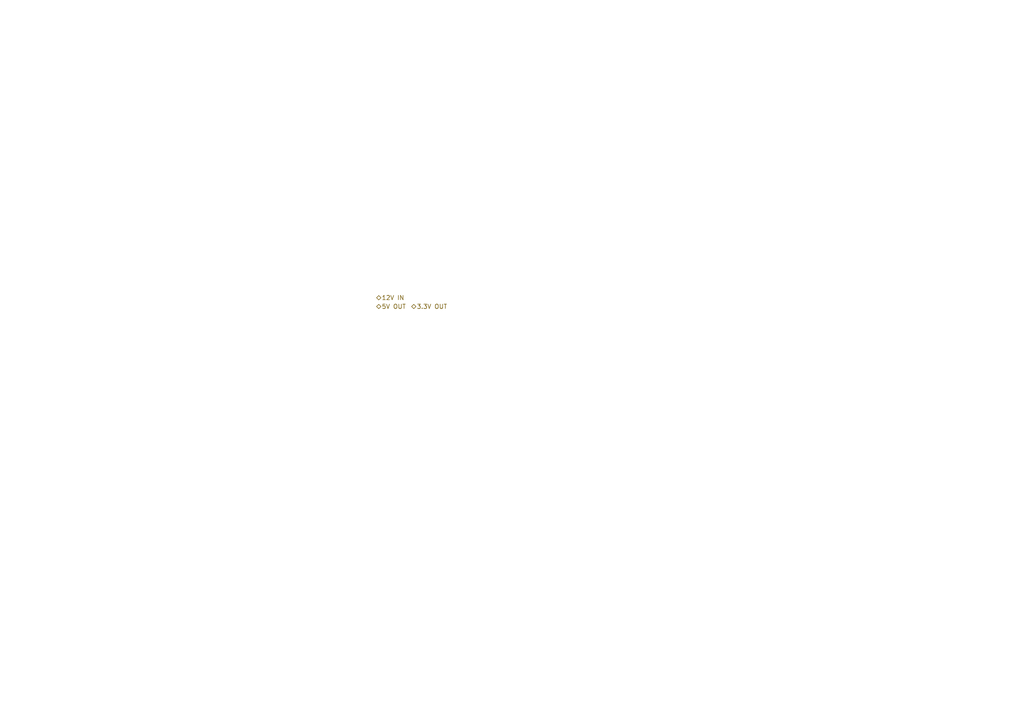
<source format=kicad_sch>
(kicad_sch (version 20230819) (generator eeschema)
  (paper "A4")
  (lib_symbols)
  (hierarchical_label "5V OUT" (shape bidirectional) (at 109.22 88.9 0))
  (hierarchical_label "12V IN" (shape bidirectional) (at 109.22 86.36 0))
  (hierarchical_label "3.3V OUT" (shape bidirectional) (at 119.38 88.9 0))
)
</source>
